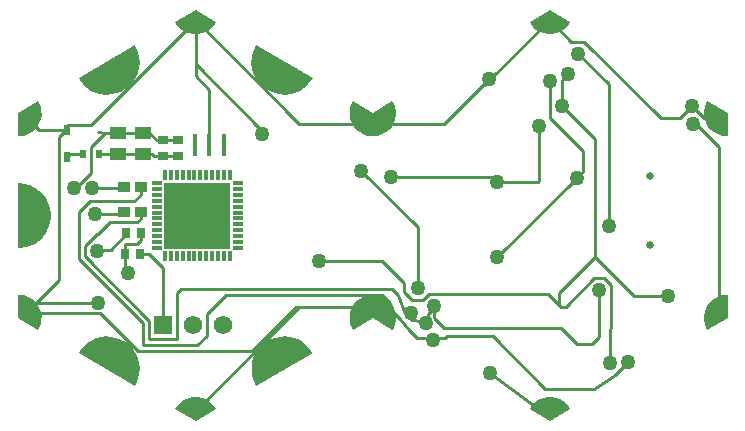
<source format=gbr>
G04*
G04 #@! TF.GenerationSoftware,Altium Limited,Altium Designer,25.8.1 (18)*
G04*
G04 Layer_Physical_Order=2*
G04 Layer_Color=16711680*
%FSLAX44Y44*%
%MOMM*%
G71*
G04*
G04 #@! TF.SameCoordinates,1DE417C5-642A-4503-87AC-C91C357E1F8F*
G04*
G04*
G04 #@! TF.FilePolarity,Positive*
G04*
G01*
G75*
%ADD15C,0.2540*%
G04:AMPARAMS|DCode=22|XSize=1mm|YSize=1mm|CornerRadius=0.5mm|HoleSize=0mm|Usage=FLASHONLY|Rotation=30.000|XOffset=0mm|YOffset=0mm|HoleType=Round|Shape=RoundedRectangle|*
%AMROUNDEDRECTD22*
21,1,1.0000,0.0000,0,0,30.0*
21,1,0.0000,1.0000,0,0,30.0*
1,1,1.0000,0.0000,0.0000*
1,1,1.0000,0.0000,0.0000*
1,1,1.0000,0.0000,0.0000*
1,1,1.0000,0.0000,0.0000*
%
%ADD22ROUNDEDRECTD22*%
G04:AMPARAMS|DCode=24|XSize=1mm|YSize=1mm|CornerRadius=0.5mm|HoleSize=0mm|Usage=FLASHONLY|Rotation=90.000|XOffset=0mm|YOffset=0mm|HoleType=Round|Shape=RoundedRectangle|*
%AMROUNDEDRECTD24*
21,1,1.0000,0.0000,0,0,90.0*
21,1,0.0000,1.0000,0,0,90.0*
1,1,1.0000,0.0000,0.0000*
1,1,1.0000,0.0000,0.0000*
1,1,1.0000,0.0000,0.0000*
1,1,1.0000,0.0000,0.0000*
%
%ADD24ROUNDEDRECTD24*%
G04:AMPARAMS|DCode=26|XSize=1mm|YSize=1mm|CornerRadius=0.5mm|HoleSize=0mm|Usage=FLASHONLY|Rotation=330.000|XOffset=0mm|YOffset=0mm|HoleType=Round|Shape=RoundedRectangle|*
%AMROUNDEDRECTD26*
21,1,1.0000,0.0000,0,0,330.0*
21,1,0.0000,1.0000,0,0,330.0*
1,1,1.0000,0.0000,0.0000*
1,1,1.0000,0.0000,0.0000*
1,1,1.0000,0.0000,0.0000*
1,1,1.0000,0.0000,0.0000*
%
%ADD26ROUNDEDRECTD26*%
%ADD47R,0.8900X0.6400*%
%ADD67C,0.6500*%
%ADD68C,1.5700*%
%ADD69R,1.5700X1.5700*%
%ADD71C,1.2700*%
%ADD72R,1.0061X0.9582*%
%ADD73R,0.4001X1.9000*%
%ADD74R,0.3000X0.8500*%
%ADD75R,0.5000X0.9000*%
%ADD76R,0.8000X0.9500*%
%ADD77R,5.7000X5.7000*%
%ADD78R,0.8500X0.3000*%
%ADD79R,1.3970X1.0922*%
%ADD80R,0.6000X0.8000*%
G36*
X164770Y163820D02*
X163932Y162284D01*
X161738Y159559D01*
X159094Y157268D01*
X156085Y155483D01*
X152806Y154263D01*
X149363Y153644D01*
X145864Y153648D01*
X142422Y154275D01*
X139146Y155503D01*
X136141Y157294D01*
X133503Y159592D01*
X131315Y162322D01*
X130481Y163860D01*
X130481Y163860D01*
X147613Y173750D01*
X164770Y163820D01*
D02*
G37*
G36*
X-135230D02*
X-136067Y162284D01*
X-138261Y159559D01*
X-140905Y157268D01*
X-143914Y155483D01*
X-147193Y154263D01*
X-150637Y153644D01*
X-154135Y153648D01*
X-157577Y154275D01*
X-160853Y155503D01*
X-163858Y157294D01*
X-166497Y159592D01*
X-168685Y162322D01*
X-169518Y163860D01*
X-169518Y163860D01*
X-152387Y173750D01*
X-135230Y163820D01*
D02*
G37*
G36*
X-53382Y116601D02*
X-54443Y114685D01*
X-57145Y111236D01*
X-60359Y108258D01*
X-64004Y105827D01*
X-67987Y104003D01*
X-72209Y102831D01*
X-76563Y102343D01*
X-80940Y102550D01*
X-85228Y103447D01*
X-89321Y105010D01*
X-93115Y107202D01*
X-96514Y109967D01*
X-99432Y113234D01*
X-101798Y116923D01*
X-103549Y120939D01*
X-104643Y125181D01*
X-105052Y129543D01*
X-104766Y133915D01*
X-103791Y138187D01*
X-102153Y142250D01*
X-101023Y144127D01*
X-101023D01*
X-53382Y116601D01*
D02*
G37*
G36*
X-202692Y142205D02*
X-201056Y138140D01*
X-200084Y133868D01*
X-199801Y129496D01*
X-200212Y125134D01*
X-201309Y120892D01*
X-203063Y116877D01*
X-205431Y113190D01*
X-208351Y109925D01*
X-211752Y107162D01*
X-215547Y104973D01*
X-219641Y103411D01*
X-223930Y102517D01*
X-228307Y102313D01*
X-232660Y102804D01*
X-236882Y103978D01*
X-240864Y105805D01*
X-244507Y108239D01*
X-247719Y111219D01*
X-250419Y114669D01*
X-251479Y116586D01*
X-251479Y116586D01*
X-203821Y144082D01*
X-202692Y142205D01*
D02*
G37*
G36*
X-2400Y87176D02*
X14278Y96781D01*
X15189Y95288D01*
X16452Y92025D01*
X17114Y88590D01*
X17155Y85092D01*
X16573Y81642D01*
X15387Y78351D01*
X13634Y75323D01*
X11371Y72655D01*
X8669Y70432D01*
X5615Y68726D01*
X2306Y67589D01*
X-1152Y67059D01*
X-2400Y67093D01*
X-3649Y67059D01*
X-7107Y67589D01*
X-10416Y68726D01*
X-13470Y70432D01*
X-16171Y72655D01*
X-18435Y75323D01*
X-20187Y78351D01*
X-21374Y81642D01*
X-21956Y85092D01*
X-21915Y88590D01*
X-21253Y92025D01*
X-19990Y95288D01*
X-19079Y96781D01*
Y96781D01*
X-2400Y87176D01*
D02*
G37*
G36*
X-284777Y95288D02*
X-283514Y92025D01*
X-282852Y88590D01*
X-282811Y85092D01*
X-283393Y81642D01*
X-284580Y78351D01*
X-286332Y75323D01*
X-288596Y72655D01*
X-291297Y70432D01*
X-294351Y68726D01*
X-297660Y67589D01*
X-301118Y67059D01*
X-302867Y67106D01*
X-302867Y67106D01*
Y86888D01*
X-285688Y96781D01*
X-284777Y95288D01*
D02*
G37*
G36*
X298113Y86865D02*
X298091Y67041D01*
X296342Y66999D01*
X292885Y67536D01*
X289579Y68680D01*
X286529Y70394D01*
X283833Y72623D01*
X281575Y75296D01*
X279830Y78328D01*
X278651Y81622D01*
X278077Y85073D01*
X278126Y88571D01*
X278796Y92005D01*
X280066Y95265D01*
X280981Y96756D01*
X280981D01*
X298113Y86865D01*
D02*
G37*
G36*
X-296410Y26904D02*
X-292224Y25609D01*
X-288296Y23669D01*
X-284724Y21131D01*
X-281599Y18060D01*
X-278999Y14534D01*
X-276990Y10640D01*
X-275622Y6478D01*
X-274930Y2152D01*
X-274932Y-2230D01*
X-275626Y-6556D01*
X-276997Y-10717D01*
X-279008Y-14609D01*
X-281610Y-18134D01*
X-284737Y-21203D01*
X-288311Y-23738D01*
X-292240Y-25676D01*
X-296427Y-26968D01*
X-300765Y-27581D01*
X-302955Y-27541D01*
Y-27541D01*
X-302938Y27480D01*
X-300748Y27520D01*
X-296410Y26904D01*
D02*
G37*
G36*
X2306Y-67589D02*
X5615Y-68726D01*
X8669Y-70432D01*
X11371Y-72655D01*
X13634Y-75323D01*
X15387Y-78351D01*
X16573Y-81642D01*
X17155Y-85092D01*
X17114Y-88590D01*
X16452Y-92025D01*
X15189Y-95288D01*
X14278Y-96781D01*
X-2400Y-87176D01*
X-19079Y-96781D01*
X-19990Y-95288D01*
X-21253Y-92025D01*
X-21915Y-88590D01*
X-21956Y-85092D01*
X-21374Y-81642D01*
X-20187Y-78351D01*
X-18435Y-75323D01*
X-16171Y-72655D01*
X-13470Y-70432D01*
X-10416Y-68726D01*
X-7107Y-67589D01*
X-3649Y-67059D01*
X-2400Y-67093D01*
X-1152Y-67059D01*
X2306Y-67589D01*
D02*
G37*
G36*
X-297653Y-67536D02*
X-294347Y-68680D01*
X-291297Y-70394D01*
X-288600Y-72623D01*
X-286343Y-75296D01*
X-284597Y-78328D01*
X-283419Y-81622D01*
X-282845Y-85073D01*
X-282893Y-88571D01*
X-283564Y-92005D01*
X-284834Y-95265D01*
X-285749Y-96756D01*
Y-96756D01*
X-302880Y-86865D01*
X-302859Y-67041D01*
X-301110Y-66999D01*
X-297653Y-67536D01*
D02*
G37*
G36*
X298099Y-67106D02*
X298099D01*
Y-86888D01*
X280921Y-96781D01*
X280009Y-95288D01*
X278747Y-92025D01*
X278084Y-88590D01*
X278044Y-85092D01*
X278626Y-81642D01*
X279812Y-78351D01*
X281565Y-75323D01*
X283828Y-72655D01*
X286530Y-70432D01*
X289584Y-68726D01*
X292893Y-67589D01*
X296351Y-67059D01*
X298099Y-67106D01*
D02*
G37*
G36*
X14278Y-96781D02*
X14278D01*
D01*
X14278D01*
D02*
G37*
G36*
X-72140Y-102804D02*
X-67918Y-103978D01*
X-63936Y-105805D01*
X-60293Y-108239D01*
X-57081Y-111219D01*
X-54381Y-114669D01*
X-53321Y-116586D01*
X-100979Y-144082D01*
X-102108Y-142205D01*
X-103744Y-138140D01*
X-104716Y-133868D01*
X-105000Y-129496D01*
X-104588Y-125134D01*
X-103491Y-120892D01*
X-101737Y-116877D01*
X-99369Y-113190D01*
X-96449Y-109925D01*
X-93048Y-107162D01*
X-89253Y-104973D01*
X-85159Y-103411D01*
X-80870Y-102517D01*
X-76493Y-102313D01*
X-72140Y-102804D01*
D02*
G37*
G36*
X-223860Y-102550D02*
X-219572Y-103447D01*
X-215479Y-105011D01*
X-211685Y-107202D01*
X-208286Y-109967D01*
X-205368Y-113234D01*
X-203002Y-116923D01*
X-201251Y-120939D01*
X-200157Y-125181D01*
X-199748Y-129543D01*
X-200034Y-133915D01*
X-201009Y-138187D01*
X-202647Y-142250D01*
X-203777Y-144127D01*
Y-144127D01*
X-251418Y-116601D01*
X-250357Y-114685D01*
X-247655Y-111236D01*
X-244441Y-108259D01*
X-240796Y-105827D01*
X-236813Y-104003D01*
X-232591Y-102831D01*
X-228237Y-102343D01*
X-223860Y-102550D01*
D02*
G37*
G36*
X149334Y-153648D02*
X152776Y-154275D01*
X156052Y-155503D01*
X159057Y-157294D01*
X161696Y-159592D01*
X163884Y-162322D01*
X164718Y-163860D01*
X164718D01*
X147586Y-173750D01*
X130429Y-163820D01*
X131266Y-162284D01*
X133461Y-159559D01*
X136105Y-157268D01*
X139114Y-155483D01*
X142392Y-154263D01*
X145836Y-153644D01*
X149334Y-153648D01*
D02*
G37*
G36*
X-150665D02*
X-147223Y-154275D01*
X-143947Y-155503D01*
X-140942Y-157294D01*
X-138303Y-159592D01*
X-136116Y-162322D01*
X-135282Y-163860D01*
X-135282D01*
X-152413Y-173750D01*
X-169570Y-163820D01*
X-168733Y-162284D01*
X-166539Y-159559D01*
X-163895Y-157268D01*
X-160886Y-155483D01*
X-157607Y-154263D01*
X-154164Y-153644D01*
X-150665Y-153648D01*
D02*
G37*
D15*
X-241046Y36218D02*
Y58419D01*
X-213883Y22954D02*
X-212986Y23851D01*
X-253759Y23504D02*
X-241046Y36218D01*
X-255344Y23504D02*
X-253759D01*
X-239941Y22954D02*
X-213883D01*
X-237741Y1501D02*
X-214439D01*
X-251056Y2555D02*
X-241366Y12244D01*
X-204163D01*
X-251056Y-36717D02*
Y2555D01*
X-214439Y1501D02*
X-212654Y3286D01*
X-204163Y12244D02*
X-198965Y17443D01*
X-234494Y-29083D02*
X-224386D01*
X-245975Y-34613D02*
X-191639Y-88950D01*
X-235413Y-15766D02*
X-224982Y-5335D01*
X-224386Y-29083D02*
X-211154Y-15851D01*
X-245975Y-34613D02*
Y-26196D01*
X-196719Y-109743D02*
Y-91054D01*
X-235545Y-15766D02*
X-235413D01*
X-224982Y-5335D02*
X-201676D01*
X-245975Y-26196D02*
X-235545Y-15766D01*
X-251056Y-36717D02*
X-196719Y-91054D01*
X-235816Y-30404D02*
X-234494Y-29083D01*
X-191639Y-104663D02*
Y-88950D01*
X-211154Y-15851D02*
Y-15101D01*
X-211876Y-46189D02*
Y-32475D01*
Y-23877D01*
X-202210D01*
X170325Y31926D02*
X175768Y37369D01*
X103156Y-35243D02*
X170325Y31926D01*
X175768Y37369D02*
Y54609D01*
X185928Y-35307D02*
Y64769D01*
X147828Y82549D02*
X175768Y54609D01*
X-11938Y37899D02*
X35814Y-9853D01*
X171704Y136905D02*
X197358Y111251D01*
X157988Y92709D02*
X185928Y64769D01*
X35814Y-61723D02*
Y-9853D01*
X197358Y-9145D02*
Y111251D01*
X42527Y-91189D02*
X44471Y-89245D01*
Y-83551D01*
X38997Y-89024D02*
X40362D01*
X42527Y-91189D01*
X44471Y-83551D02*
X49678Y-78344D01*
X29716Y-82655D02*
X29939Y-82878D01*
Y-88228D02*
Y-82878D01*
Y-88228D02*
X38997Y-89024D01*
X35085Y-103457D02*
X47003D01*
X48948Y-105401D01*
X59107Y-103633D02*
X60377Y-102363D01*
X99100D01*
X48948Y-105401D02*
X50715Y-103633D01*
X34250Y-102782D02*
X34410D01*
X50715Y-103633D02*
X59107D01*
X34410Y-102782D02*
X35085Y-103457D01*
X99100Y-102363D02*
X99844Y-103107D01*
X24035Y-64964D02*
X30954Y-71883D01*
X24035Y-64964D02*
Y-56897D01*
X49678Y-87017D02*
X58166Y-95505D01*
X30954Y-71883D02*
X40022D01*
X45454Y-66452D01*
X145952D01*
X49678Y-78344D02*
Y-76612D01*
Y-87017D02*
Y-78344D01*
X145952Y-66452D02*
X155295Y-75794D01*
X58166Y-95505D02*
X64008D01*
X29223Y-83148D02*
X29716Y-82655D01*
X24859Y-83148D02*
X29223D01*
X18211Y-66313D02*
X18955Y-67057D01*
X13875Y-61977D02*
X18211Y-66313D01*
X18955Y-67057D02*
X24859Y-83148D01*
X11938Y-78995D02*
X20932Y-87989D01*
X28516Y-97048D02*
X34250Y-102782D01*
X99844Y-103107D02*
X143321Y-146584D01*
X20932Y-87989D02*
X28516Y-97048D01*
X11938Y-78995D02*
Y-73661D01*
X5334Y-67057D02*
X11938Y-73661D01*
X-126746Y-67057D02*
X5334D01*
X5239Y-38101D02*
X24035Y-56897D01*
X129727Y-157905D02*
X136605Y-161876D01*
X147599Y-165199D01*
X96666Y-132951D02*
X129727Y-157905D01*
X143321Y-146584D02*
X183562D01*
X184614Y-146584D01*
X202628Y-135210D01*
X208580Y-129259D01*
X213609Y-123810D01*
X199560Y-67343D02*
Y-58926D01*
X198420Y-125050D02*
X199560Y-67343D01*
X193609Y-52975D02*
X198816Y-58182D01*
X199560Y-58926D01*
X155295Y-75794D02*
X156783Y-77282D01*
X160884D02*
X185192Y-52975D01*
X193609D01*
X156783Y-77282D02*
X160884D01*
X155295Y-75794D02*
Y-65940D01*
X185928Y-35307D01*
X183134Y-108967D02*
X189400Y-102701D01*
X170688Y-108967D02*
X183134D01*
X64008Y-95505D02*
X143764D01*
X157226D02*
X170688Y-108967D01*
X143764Y-95505D02*
X157226D01*
X189400Y-102701D02*
Y-63134D01*
X218981Y-68360D02*
X247985D01*
X185928Y-35307D02*
X218981Y-68360D01*
X268888Y77688D02*
X271364D01*
X290700Y58351D01*
Y-82601D02*
Y58351D01*
X267788Y93091D02*
X278279Y82601D01*
X290700D01*
X241240D02*
X257887D01*
X268083Y92796D01*
X267788Y93091D02*
X267788D01*
X-152400Y128015D02*
X-95768Y71383D01*
Y69043D02*
Y71383D01*
X96226Y115089D02*
X147599Y165199D01*
X57710Y77521D02*
X96226Y115089D01*
X-152400Y128015D02*
Y165199D01*
Y118109D02*
Y128015D01*
X-261366Y76961D02*
X-240638D01*
X-263906Y70357D02*
X-261366D01*
X-64722Y-77521D02*
X-1679D01*
X-67360D02*
X-64722D01*
X-287290Y-74423D02*
X-267716Y-54849D01*
X-295468Y-82601D02*
X-287290Y-74423D01*
X-198882Y-2541D02*
Y3286D01*
X-48260Y-38101D02*
X5239D01*
X157988Y92709D02*
Y114553D01*
X163068Y119633D01*
X-234796Y71120D02*
X-229234Y70231D01*
X-241046Y58419D02*
X-229234Y70231D01*
X-218186D01*
X147828Y82549D02*
Y114045D01*
X-198965Y17443D02*
Y23851D01*
X-196719Y-109743D02*
X-151061D01*
X-142918Y-101601D01*
Y-83229D01*
X-126746Y-67057D01*
X-1679Y77521D02*
X57710D01*
X95758Y115569D01*
X103124Y28193D02*
X137414D01*
X138176Y28955D01*
Y75437D01*
X99060Y32257D02*
X103124Y28193D01*
X12954Y32257D02*
X99060D01*
X147599Y165199D02*
X165687Y147112D01*
X176729D01*
X241240Y82601D01*
X-198882Y3286D02*
X-198633D01*
X-201676Y-5335D02*
X-198882Y-2541D01*
X-191639Y-104663D02*
X-168318D01*
Y-65449D01*
X-164846Y-61977D01*
X13875D01*
X-202210Y-23877D02*
X-198654Y-20321D01*
Y-15101D01*
X-211876Y-46189D02*
X-209296Y-48769D01*
X-287290Y-74423D02*
X-234950D01*
X-295468Y-82601D02*
X-233630D01*
X-201408Y-114823D01*
X-104662D01*
X-67360Y-77521D01*
X-261366Y70357D02*
Y72460D01*
X-267716Y66547D02*
X-263906Y70357D01*
X-267716Y-54849D02*
Y66547D01*
X-152400Y-165199D02*
X-64722Y-77521D01*
X-240638Y76961D02*
X-152400Y165199D01*
X-261366Y72460D02*
Y76961D01*
X-179979Y-93003D02*
Y-44521D01*
X-192024Y-32475D02*
X-179979Y-44521D01*
X-199376Y-32475D02*
X-192024D01*
X-285327Y72460D02*
X-261366D01*
X-295468Y82601D02*
X-285327Y72460D01*
X-152400Y165199D02*
X-64722Y77521D01*
X-1679D01*
X-152400Y118109D02*
X-140716Y106425D01*
Y59690D02*
Y106425D01*
X-234046Y52070D02*
X-226314D01*
X-225933Y51689D01*
X-218186D01*
X-196596D01*
X-189484D01*
X-187851Y50056D01*
X-180237D01*
X-167537D01*
X-218186Y70231D02*
X-196596D01*
X-191516D01*
X-185341Y64056D01*
X-180237D01*
X-167537D01*
X-261366Y49460D02*
X-258757Y52070D01*
X-248046D01*
D22*
X-152400Y165199D02*
D03*
Y-165199D02*
D03*
X147599Y165199D02*
D03*
Y-165199D02*
D03*
X-223901Y-123901D02*
D03*
X-80899Y123901D02*
D03*
D24*
X290700Y-82601D02*
D03*
X-295468Y82601D02*
D03*
X-1679Y77521D02*
D03*
Y-77521D02*
D03*
X-80899Y-123901D02*
D03*
X-223901Y123901D02*
D03*
D26*
X290700Y82601D02*
D03*
X-295468Y-82601D02*
D03*
X-295501Y-0D02*
D03*
D47*
X-167537Y50056D02*
D03*
Y64056D02*
D03*
X-180237Y50056D02*
D03*
Y64056D02*
D03*
D67*
X232119Y33110D02*
D03*
Y-24690D02*
D03*
D68*
X-129178Y-93003D02*
D03*
X-154579D02*
D03*
D69*
X-179979D02*
D03*
D71*
X-237741Y1501D02*
D03*
X-239941Y22954D02*
D03*
X-255344Y23504D02*
D03*
X-235816Y-30404D02*
D03*
X170325Y31926D02*
D03*
X35814Y-61723D02*
D03*
X42527Y-91189D02*
D03*
X48948Y-105401D02*
D03*
X49678Y-76612D02*
D03*
X29716Y-82655D02*
D03*
X96666Y-132951D02*
D03*
X198420Y-125050D02*
D03*
X213609Y-123810D02*
D03*
X189400Y-63134D02*
D03*
X247985Y-68360D02*
D03*
X268888Y77688D02*
D03*
X268083Y92796D02*
D03*
X-95768Y69043D02*
D03*
X-48260Y-38101D02*
D03*
X157988Y92709D02*
D03*
X163068Y119633D02*
D03*
X147828Y114045D02*
D03*
X103156Y-35243D02*
D03*
X95758Y115569D02*
D03*
X103124Y28193D02*
D03*
X138176Y75437D02*
D03*
X12954Y32257D02*
D03*
X-11938Y37899D02*
D03*
X197358Y-9145D02*
D03*
X171704Y136905D02*
D03*
X-209296Y-48769D02*
D03*
X-234950Y-74423D02*
D03*
D72*
X-212654Y3286D02*
D03*
X-212986Y23851D02*
D03*
X-198633Y3286D02*
D03*
X-198965Y23851D02*
D03*
D73*
X-152715Y59690D02*
D03*
X-140716D02*
D03*
X-128717D02*
D03*
D74*
X-143376Y34500D02*
D03*
X-138376D02*
D03*
X-148376D02*
D03*
X-178376Y-34500D02*
D03*
X-173376D02*
D03*
X-168376D02*
D03*
X-163376D02*
D03*
X-158376D02*
D03*
X-153376D02*
D03*
X-148376D02*
D03*
X-143376D02*
D03*
X-138376D02*
D03*
X-133376D02*
D03*
X-128376D02*
D03*
X-123376D02*
D03*
Y34500D02*
D03*
X-128376D02*
D03*
X-133376D02*
D03*
X-153376D02*
D03*
X-158376D02*
D03*
X-163376D02*
D03*
X-168376D02*
D03*
X-173376D02*
D03*
X-178376D02*
D03*
D75*
X-261366Y72460D02*
D03*
Y49460D02*
D03*
D76*
X-198654Y-15101D02*
D03*
X-211876Y-32475D02*
D03*
X-199376D02*
D03*
X-211154Y-15101D02*
D03*
D77*
X-150876Y-0D02*
D03*
D78*
X-185376Y27500D02*
D03*
Y22500D02*
D03*
Y17500D02*
D03*
Y12500D02*
D03*
Y7500D02*
D03*
Y2500D02*
D03*
Y-2500D02*
D03*
Y-7500D02*
D03*
Y-12500D02*
D03*
Y-17500D02*
D03*
Y-22500D02*
D03*
Y-27500D02*
D03*
X-116376D02*
D03*
Y-22500D02*
D03*
Y-17500D02*
D03*
Y-12500D02*
D03*
Y-7500D02*
D03*
Y-2500D02*
D03*
Y2500D02*
D03*
Y7500D02*
D03*
Y12500D02*
D03*
Y17500D02*
D03*
Y22500D02*
D03*
Y27500D02*
D03*
D79*
X-218186Y70231D02*
D03*
Y51689D02*
D03*
X-196596D02*
D03*
Y70231D02*
D03*
D80*
X-248046Y52070D02*
D03*
X-234046D02*
D03*
M02*

</source>
